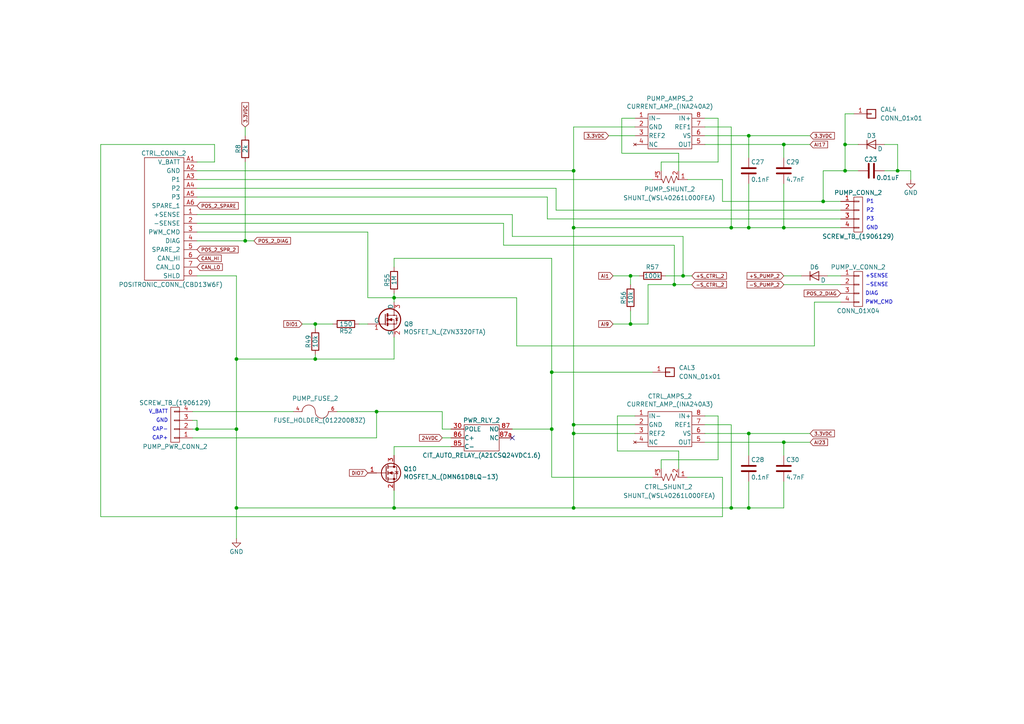
<source format=kicad_sch>
(kicad_sch (version 20250114) (generator "eeschema") (generator_version "9.0")
  (paper "A4")
  (lib_symbols
    (symbol "Connector_Generic:Conn_01x01" (pin_names (offset 1.016) (hide yes))
      (property "Reference" "J1" (at 2.54 1.2701 0))
      (property "Value" "Conn_01x01" (at 2.54 -1.2699 0))
      (symbol "Conn_01x01_1_1"
        (rectangle (start -1.27 1.27) (end 1.27 -1.27) (stroke (width 0.254)))
        (rectangle (start -1.27 0.127) (end 0 -0.127) (stroke (width 0.1524)))
        (pin passive line (at -5.08 0 0) (length 3.81) (name "Pin_1") (number "1"))
      )
    )
    (symbol "Device:Q_NMOS_GSD" (pin_names (offset 0) (hide yes))
      (property "Reference" "Q" (at 5.08 1.27 0))
      (property "Value" "Q_NMOS_GSD" (at 5.08 -1.27 0))
      (symbol "Q_NMOS_GSD_0_1"
        (polyline (pts (xy 0.254 1.905) (xy 0.254 -1.905)) (stroke (width 0.254)))
        (polyline (pts (xy 0.254 0) (xy -2.54 0)))
        (polyline (pts (xy 0.762 2.286) (xy 0.762 1.27)) (stroke (width 0.254)))
        (polyline (pts (xy 0.762 0.508) (xy 0.762 -0.508)) (stroke (width 0.254)))
        (polyline (pts (xy 0.762 -1.27) (xy 0.762 -2.286)) (stroke (width 0.254)))
        (polyline (pts (xy 0.762 -1.778) (xy 3.302 -1.778) (xy 3.302 1.778) (xy 0.762 1.778)))
        (polyline (pts (xy 1.016 0) (xy 2.032 0.381) (xy 2.032 -0.381) (xy 1.016 0)) (fill (type outline)))
        (circle (center 1.651 0) (radius 2.794) (stroke (width 0.254)))
        (polyline (pts (xy 2.54 2.54) (xy 2.54 1.778)))
        (circle (center 2.54 1.778) (radius 0.254) (fill (type outline)))
        (circle (center 2.54 -1.778) (radius 0.254) (fill (type outline)))
        (polyline (pts (xy 2.54 -2.54) (xy 2.54 0) (xy 0.762 0)))
        (polyline (pts (xy 2.794 0.508) (xy 2.921 0.381) (xy 3.683 0.381) (xy 3.81 0.254)))
        (polyline (pts (xy 3.302 0.381) (xy 2.921 -0.254) (xy 3.683 -0.254) (xy 3.302 0.381)))
      )
      (symbol "Q_NMOS_GSD_1_1"
        (pin input line (at -5.08 0 0) (length 2.54) (name "G") (number "1"))
        (pin passive line (at 2.54 5.08 270) (length 2.54) (name "D") (number "3"))
        (pin passive line (at 2.54 -5.08 90) (length 2.54) (name "S") (number "2"))
      )
    )
    (symbol "Device:R_Shunt_US" (pin_names (offset 0) (hide yes))
      (property "Reference" "R" (at -5.08 0 90))
      (property "Value" "R_Shunt_US" (at -3.048 0 90))
      (symbol "R_Shunt_US_1_1"
        (polyline (pts (xy 0 2.286) (xy 0 2.54)))
        (polyline (pts (xy 0 2.286) (xy 1.016 1.905) (xy 0 1.524) (xy -1.016 1.143) (xy 0 0.762)))
        (polyline (pts (xy 0 0.762) (xy 1.016 0.381) (xy 0 0) (xy -1.016 -0.381) (xy 0 -0.762)))
        (polyline (pts (xy 0 -0.762) (xy 1.016 -1.143) (xy 0 -1.524) (xy -1.016 -1.905) (xy 0 -2.286)))
        (polyline (pts (xy 0 -2.286) (xy 0 -2.54)))
        (polyline (pts (xy 0 -2.54) (xy 1.27 -2.54)))
        (polyline (pts (xy 1.27 2.54) (xy 0 2.54)))
        (pin passive line (at 0 5.08 270) (length 2.54) (name "~") (number "1"))
        (pin passive line (at 0 -5.08 90) (length 2.54) (name "~") (number "4"))
        (pin passive line (at 2.54 2.54 180) (length 1.27) (name "~") (number "2"))
        (pin passive line (at 2.54 -2.54 180) (length 1.27) (name "~") (number "3"))
      )
    )
    (symbol "Smart-Tank-Motherboard-rescue:C" (pin_numbers (hide yes)) (pin_names (offset 0.254))
      (property "Reference" "C" (at 0.635 2.54 0))
      (property "Value" "C" (at 0.635 -2.54 0))
      (symbol "C_0_1"
        (polyline (pts (xy -2.032 0.762) (xy 2.032 0.762)) (stroke (width 0.508)))
        (polyline (pts (xy -2.032 -0.762) (xy 2.032 -0.762)) (stroke (width 0.508)))
      )
      (symbol "C_1_1"
        (pin passive line (at 0 3.81 270) (length 2.794) (name "~") (number "1"))
        (pin passive line (at 0 -3.81 90) (length 2.794) (name "~") (number "2"))
      )
    )
    (symbol "Smart-Tank-Motherboard-rescue:CONN_01X04" (pin_names (offset 1.016) (hide yes))
      (property "Reference" "J" (at 0 6.35 0))
      (property "Value" "CONN_01X04" (at 2.54 0 90))
      (symbol "CONN_01X04_0_1"
        (rectangle (start -1.27 5.08) (end 1.27 -5.08))
        (rectangle (start -1.27 3.937) (end 0.254 3.683))
        (rectangle (start -1.27 1.397) (end 0.254 1.143))
        (rectangle (start -1.27 -1.143) (end 0.254 -1.397))
        (rectangle (start -1.27 -3.683) (end 0.254 -3.937))
      )
      (symbol "CONN_01X04_1_1"
        (pin passive line (at -5.08 3.81 0) (length 3.81) (name "P1") (number "1"))
        (pin passive line (at -5.08 1.27 0) (length 3.81) (name "P2") (number "2"))
        (pin passive line (at -5.08 -1.27 0) (length 3.81) (name "P3") (number "3"))
        (pin passive line (at -5.08 -3.81 0) (length 3.81) (name "P4") (number "4"))
      )
    )
    (symbol "Smart-Tank-Motherboard-rescue:D" (pin_numbers (hide yes)) (pin_names (offset 1.016) (hide yes))
      (property "Reference" "D" (at 0 2.54 0))
      (property "Value" "D" (at 0 -2.54 0))
      (symbol "D_0_1"
        (polyline (pts (xy -1.27 1.27) (xy -1.27 -1.27)) (stroke (width 0.2032)))
        (polyline (pts (xy 1.27 1.27) (xy 1.27 -1.27) (xy -1.27 0) (xy 1.27 1.27)) (stroke (width 0.2032)))
        (polyline (pts (xy 1.27 0) (xy -1.27 0)))
      )
      (symbol "D_1_1"
        (pin passive line (at -3.81 0 0) (length 2.54) (name "K") (number "1"))
        (pin passive line (at 3.81 0 180) (length 2.54) (name "A") (number "2"))
      )
    )
    (symbol "Smart-Tank-Motherboard-rescue:FUSE_HOLDER_(01220083Z)" (pin_names (offset 0.254))
      (property "Reference" "F" (at 0 3.81 0))
      (property "Value" "FUSE_HOLDER_(01220083Z)" (at 1.27 -3.81 0))
      (symbol "FUSE_HOLDER_(01220083Z)_0_1"
        (arc (start -3.81 0) (mid -1.905 1.905) (end 0 0))
        (arc (start 3.81 0) (mid 1.905 -1.905) (end 0 0))
      )
      (symbol "FUSE_HOLDER_(01220083Z)_1_1"
        (pin input line (at -6.35 0 0) (length 2.54) (name "~") (number "4"))
        (pin input line (at -6.35 0 0) (length 2.54) (hide yes) (name "~") (number "5"))
        (pin input line (at 6.35 0 180) (length 2.54) (name "~") (number "6"))
        (pin input line (at 6.35 0 180) (length 2.54) (hide yes) (name "~") (number "7"))
      )
    )
    (symbol "Smart-Tank-Motherboard-rescue:GND" (power) (pin_names (offset 0))
      (property "Value" "GND" (at 0 -3.81 0))
      (symbol "GND_0_1"
        (polyline (pts (xy 0 0) (xy 0 -1.27) (xy 1.27 -1.27) (xy 0 -2.54) (xy -1.27 -1.27) (xy 0 -1.27)))
      )
      (symbol "GND_1_1"
        (pin power_in line (at 0 0 270) (length 0) (hide yes) (name "GND") (number "1"))
      )
    )
    (symbol "Smart-Tank-Motherboard-rescue:MOSFET_N_(2N7002P,215)" (pin_names (offset 0))
      (property "Reference" "Q" (at 6.35 1.905 0))
      (property "Value" "MOSFET_N_(2N7002P,215)" (at 6.35 0 0))
      (symbol "MOSFET_N_(2N7002P,215)_0_1"
        (polyline (pts (xy 0 1.524) (xy 0 -1.524) (xy 0 -1.524)) (stroke (width 0.254)))
        (polyline (pts (xy 0.635 1.651) (xy 0.635 1.016)) (stroke (width 0.508)))
        (polyline (pts (xy 0.635 0.381) (xy 0.635 -0.381)) (stroke (width 0.508)))
        (polyline (pts (xy 0.635 -1.016) (xy 0.635 -1.651)) (stroke (width 0.508)))
        (polyline (pts (xy 0.762 1.27) (xy 2.54 1.27) (xy 2.54 2.54) (xy 2.54 2.54)))
        (polyline (pts (xy 0.762 0) (xy 1.27 0) (xy 2.54 0) (xy 2.54 -1.27) (xy 2.54 -1.27)))
        (polyline (pts (xy 0.762 -1.27) (xy 2.54 -1.27) (xy 2.54 -2.54) (xy 2.54 -2.54)))
        (polyline (pts (xy 0.889 0) (xy 1.905 0.381) (xy 1.905 -0.381) (xy 0.889 0) (xy 1.016 0) (xy 1.016 0)) (fill (type outline)))
        (circle (center 1.27 0) (radius 3.175) (stroke (width 0.3048)))
        (polyline (pts (xy 2.54 1.27) (xy 3.302 1.27) (xy 3.302 -1.27) (xy 2.54 -1.27)))
        (circle (center 2.54 1.27) (radius 0.127))
        (circle (center 2.54 -1.27) (radius 0.127))
        (polyline (pts (xy 3.048 0.381) (xy 2.921 0.254)))
        (polyline (pts (xy 3.048 0.381) (xy 3.556 0.381)))
        (polyline (pts (xy 3.302 0.381) (xy 3.048 -0.254) (xy 3.556 -0.254) (xy 3.302 0.381)) (fill (type outline)))
        (polyline (pts (xy 3.556 0.381) (xy 3.683 0.508)))
      )
      (symbol "MOSFET_N_(2N7002P,215)_1_1"
        (pin input line (at -5.08 -1.27 0) (length 5.08) (name "G") (number "1"))
        (pin passive line (at 2.54 5.08 270) (length 2.54) (name "D") (number "3"))
        (pin passive line (at 2.54 -5.08 90) (length 2.54) (name "S") (number "2"))
      )
    )
    (symbol "Smart-Tank-Motherboard-rescue:POSITRONIC_CONN_(CBD13W6F)" (pin_names (offset 1.016))
      (property "Reference" "CTRL_CONN_1" (at -0.762 16.51 0))
      (property "Value" "POSITRONIC_CONN_(CBD13W6F)" (at 1.27 -21.59 0))
      (symbol "POSITRONIC_CONN_(CBD13W6F)_0_1"
        (rectangle (start -6.35 15.24) (end 5.08 -20.32))
      )
      (symbol "POSITRONIC_CONN_(CBD13W6F)_1_1"
        (pin power_in line (at 8.89 13.97 180) (length 3.81) (name "V_BATT") (number "A1"))
        (pin power_in line (at 8.89 11.43 180) (length 3.81) (name "GND") (number "A2"))
        (pin power_out line (at 8.89 8.89 180) (length 3.81) (name "P1") (number "A3"))
        (pin power_out line (at 8.89 6.35 180) (length 3.81) (name "P2") (number "A4"))
        (pin power_out line (at 8.89 3.81 180) (length 3.81) (name "P3") (number "A5"))
        (pin input line (at 8.89 1.27 180) (length 3.81) (name "SPARE_1") (number "A6"))
        (pin passive line (at 8.89 -1.27 180) (length 3.81) (name "+SENSE") (number "1"))
        (pin passive line (at 8.89 -3.81 180) (length 3.81) (name "-SENSE") (number "2"))
        (pin input line (at 8.89 -6.35 180) (length 3.81) (name "PWM_CMD") (number "3"))
        (pin passive line (at 8.89 -8.89 180) (length 3.81) (name "DIAG") (number "4"))
        (pin passive line (at 8.89 -11.43 180) (length 3.81) (name "SPARE_2") (number "5"))
        (pin passive line (at 8.89 -13.97 180) (length 3.81) (name "CAN_HI") (number "6"))
        (pin passive line (at 8.89 -16.51 180) (length 3.81) (name "CAN_LO") (number "7"))
        (pin input line (at 8.89 -19.05 180) (length 3.81) (name "SHLD") (number "0"))
      )
    )
    (symbol "Smart-Tank-Motherboard-rescue:R" (pin_numbers (hide yes)) (pin_names (offset 0))
      (property "Reference" "R" (at 2.032 0 90))
      (property "Value" "R" (at 0 0 90))
      (symbol "R_0_1"
        (rectangle (start -1.016 -2.54) (end 1.016 2.54) (stroke (width 0.254)))
      )
      (symbol "R_1_1"
        (pin passive line (at 0 3.81 270) (length 1.27) (name "~") (number "1"))
        (pin passive line (at 0 -3.81 90) (length 1.27) (name "~") (number "2"))
      )
    )
    (symbol "Smart-Tank-Motherboard-rescue:SCREW_TB_(1906129)" (pin_names (offset 1.016) (hide yes))
      (property "Reference" "P" (at 0 6.35 0))
      (property "Value" "SCREW_TB_(1906129)" (at 2.54 0 90))
      (property "Description_1" " " (at 2.54 8.89 0))
      (symbol "SCREW_TB_(1906129)_0_1"
        (rectangle (start -1.27 5.08) (end 1.27 -5.08))
        (rectangle (start -1.27 3.937) (end 0.254 3.683))
        (rectangle (start -1.27 1.397) (end 0.254 1.143))
        (rectangle (start -1.27 -1.143) (end 0.254 -1.397))
        (rectangle (start -1.27 -3.683) (end 0.254 -3.937))
      )
      (symbol "SCREW_TB_(1906129)_1_1"
        (pin passive line (at -5.08 3.81 0) (length 3.81) (name "P1") (number "1"))
        (pin passive line (at -5.08 1.27 0) (length 3.81) (name "P2") (number "2"))
        (pin passive line (at -5.08 -1.27 0) (length 3.81) (name "P3") (number "3"))
        (pin passive line (at -5.08 -3.81 0) (length 3.81) (name "P4") (number "4"))
      )
    )
    (symbol "Smart-Tank-Motherboard-rescue:TE_AUTO_RELAY_(1432795-1)" (pin_names (offset 0.0254))
      (property "Reference" "P" (at 2.54 7.62 0))
      (property "Value" "TE_AUTO_RELAY_(1432795-1)" (at 3.81 -2.54 0))
      (symbol "TE_AUTO_RELAY_(1432795-1)_0_1"
        (rectangle (start -2.54 6.35) (end 7.62 -1.27))
      )
      (symbol "TE_AUTO_RELAY_(1432795-1)_1_1"
        (pin power_in line (at -6.35 5.08 0) (length 3.81) (name "POLE") (number "30"))
        (pin power_in line (at -6.35 2.54 0) (length 3.81) (name "C+") (number "86"))
        (pin input line (at -6.35 0 0) (length 3.81) (name "C-") (number "85"))
        (pin output line (at 11.43 5.08 180) (length 3.81) (name "NO") (number "87"))
        (pin output line (at 11.43 2.54 180) (length 3.81) (name "NC") (number "87a"))
      )
    )
    (symbol "_GARRETTS_PARTS:CURRENT_AMP_(INA240A3)" (pin_names (offset 0.254))
      (property "Reference" "CTRL_AMPS1" (at 15.24 6.985 0))
      (property "Value" "CURRENT_AMP_(INA240A3)" (at 15.24 4.6736 0))
      (symbol "CURRENT_AMP_(INA240A3)_0_1"
        (rectangle (start 8.89 2.54) (end 21.59 -7.62))
      )
      (symbol "CURRENT_AMP_(INA240A3)_1_1"
        (pin input line (at 5.08 1.27 0) (length 3.7084) (name "IN-") (number "1"))
        (pin power_in line (at 5.08 -1.27 0) (length 3.7084) (name "GND") (number "2"))
        (pin passive line (at 5.08 -3.81 0) (length 3.7084) (name "REF2") (number "3"))
        (pin no_connect line (at 5.08 -6.35 0) (length 3.7084) (name "NC") (number "4"))
        (pin input line (at 25.4 1.27 180) (length 3.7084) (name "IN+") (number "8"))
        (pin passive line (at 25.4 -1.27 180) (length 3.7084) (name "REF1") (number "7"))
        (pin power_in line (at 25.4 -3.81 180) (length 3.7084) (name "VS") (number "6"))
        (pin output line (at 25.4 -6.35 180) (length 3.7084) (name "OUT") (number "5"))
      )
    )
  )
  (text "V_BATT" (at 48.768 120.142 0) (effects (font (size 1.0922 1.0922)) (justify right bottom)))
  (text "+SENSE" (at 250.952 80.772 0) (effects (font (size 1.0922 1.0922)) (justify left bottom)))
  (text "P1" (at 251.206 59.182 0) (effects (font (size 1.0922 1.0922)) (justify left bottom)))
  (text "P3" (at 251.206 64.262 0) (effects (font (size 1.0922 1.0922)) (justify left bottom)))
  (text "GND" (at 251.206 66.802 0) (effects (font (size 1.0922 1.0922)) (justify left bottom)))
  (text "CAP+" (at 48.768 127.762 0) (effects (font (size 1.0922 1.0922)) (justify right bottom)))
  (text "DIAG" (at 250.952 85.852 0) (effects (font (size 1.0922 1.0922)) (justify left bottom)))
  (text "P2" (at 251.206 61.722 0) (effects (font (size 1.0922 1.0922)) (justify left bottom)))
  (text "GND\n" (at 48.768 122.682 0) (effects (font (size 1.0922 1.0922)) (justify right bottom)))
  (text "-SENSE" (at 250.952 83.312 0) (effects (font (size 1.0922 1.0922)) (justify left bottom)))
  (text "PWM_CMD" (at 250.952 88.392 0) (effects (font (size 1.0922 1.0922)) (justify left bottom)))
  (text "CAP-" (at 48.768 125.222 0) (effects (font (size 1.0922 1.0922)) (justify right bottom)))
  (junction (at 182.88 80.01))
  (junction (at 198.12 80.01))
  (junction (at 68.58 147.32))
  (junction (at 57.15 124.46))
  (junction (at 166.37 49.53))
  (junction (at 260.35 49.53))
  (junction (at 71.12 69.85))
  (junction (at 217.17 125.73))
  (junction (at 217.17 147.32))
  (junction (at 227.33 66.04))
  (junction (at 217.17 39.37))
  (junction (at 91.44 93.98))
  (junction (at 166.37 125.73))
  (junction (at 245.11 49.53))
  (junction (at 238.76 58.42))
  (junction (at 91.44 104.14))
  (junction (at 227.33 128.27))
  (junction (at 109.22 119.38))
  (junction (at 68.58 104.14))
  (junction (at 166.37 123.19))
  (junction (at 114.3 86.36))
  (junction (at 212.09 66.04))
  (junction (at 160.02 107.95))
  (junction (at 68.58 124.46))
  (junction (at 160.02 124.46))
  (junction (at 212.09 147.32))
  (junction (at 114.3 147.32))
  (junction (at 195.58 82.55))
  (junction (at 182.88 93.98))
  (junction (at 166.37 147.32))
  (junction (at 166.37 66.04))
  (junction (at 227.33 41.91))
  (junction (at 217.17 66.04))
  (junction (at 245.11 41.91))
  (no_connect (at 148.59 127))
  (wire (pts (xy 238.76 58.42) (xy 243.84 58.42)))
  (wire (pts (xy 212.09 147.32) (xy 217.17 147.32)))
  (wire (pts (xy 187.96 82.55) (xy 195.58 82.55)))
  (wire (pts (xy 177.8 80.01) (xy 182.88 80.01)))
  (wire (pts (xy 166.37 125.73) (xy 184.15 125.73)))
  (wire (pts (xy 55.88 121.92) (xy 57.15 121.92)))
  (wire (pts (xy 158.75 63.5) (xy 243.84 63.5)))
  (wire (pts (xy 212.09 66.04) (xy 217.17 66.04)))
  (wire (pts (xy 182.88 80.01) (xy 182.88 82.55)))
  (wire (pts (xy 227.33 139.7) (xy 227.33 147.32)))
  (wire (pts (xy 260.35 49.53) (xy 256.54 49.53)))
  (wire (pts (xy 29.21 149.86) (xy 209.55 149.86)))
  (wire (pts (xy 128.27 124.46) (xy 128.27 119.38)))
  (wire (pts (xy 209.55 138.43) (xy 199.39 138.43)))
  (wire (pts (xy 130.81 124.46) (xy 128.27 124.46)))
  (wire (pts (xy 195.58 82.55) (xy 200.66 82.55)))
  (wire (pts (xy 57.15 57.15) (xy 158.75 57.15)))
  (wire (pts (xy 166.37 66.04) (xy 212.09 66.04)))
  (wire (pts (xy 227.33 128.27) (xy 227.33 132.08)))
  (wire (pts (xy 204.47 123.19) (xy 212.09 123.19)))
  (wire (pts (xy 227.33 53.34) (xy 227.33 66.04)))
  (wire (pts (xy 166.37 66.04) (xy 166.37 49.53)))
  (wire (pts (xy 97.79 119.38) (xy 109.22 119.38)))
  (wire (pts (xy 217.17 132.08) (xy 217.17 125.73)))
  (wire (pts (xy 114.3 147.32) (xy 166.37 147.32)))
  (wire (pts (xy 161.29 54.61) (xy 161.29 60.96)))
  (wire (pts (xy 68.58 147.32) (xy 114.3 147.32)))
  (wire (pts (xy 196.85 49.53) (xy 196.85 44.45)))
  (wire (pts (xy 212.09 123.19) (xy 212.09 147.32)))
  (wire (pts (xy 209.55 58.42) (xy 238.76 58.42)))
  (wire (pts (xy 191.77 46.99) (xy 208.28 46.99)))
  (wire (pts (xy 57.15 69.85) (xy 71.12 69.85)))
  (wire (pts (xy 245.11 41.91) (xy 245.11 49.53)))
  (wire (pts (xy 166.37 147.32) (xy 212.09 147.32)))
  (wire (pts (xy 217.17 147.32) (xy 227.33 147.32)))
  (wire (pts (xy 184.15 36.83) (xy 166.37 36.83)))
  (wire (pts (xy 187.96 93.98) (xy 187.96 82.55)))
  (wire (pts (xy 248.92 49.53) (xy 245.11 49.53)))
  (wire (pts (xy 193.04 80.01) (xy 198.12 80.01)))
  (wire (pts (xy 227.33 41.91) (xy 227.33 45.72)))
  (wire (pts (xy 91.44 95.25) (xy 91.44 93.98)))
  (wire (pts (xy 198.12 80.01) (xy 200.66 80.01)))
  (wire (pts (xy 245.11 49.53) (xy 238.76 49.53)))
  (wire (pts (xy 57.15 124.46) (xy 68.58 124.46)))
  (wire (pts (xy 195.58 71.12) (xy 195.58 82.55)))
  (wire (pts (xy 130.81 129.54) (xy 114.3 129.54)))
  (wire (pts (xy 227.33 41.91) (xy 234.95 41.91)))
  (wire (pts (xy 208.28 34.29) (xy 204.47 34.29)))
  (wire (pts (xy 91.44 102.87) (xy 91.44 104.14)))
  (wire (pts (xy 146.05 64.77) (xy 146.05 71.12)))
  (wire (pts (xy 149.86 86.36) (xy 149.86 100.33)))
  (wire (pts (xy 114.3 142.24) (xy 114.3 147.32)))
  (wire (pts (xy 91.44 93.98) (xy 96.52 93.98)))
  (wire (pts (xy 68.58 80.01) (xy 68.58 104.14)))
  (wire (pts (xy 114.3 77.47) (xy 114.3 74.93)))
  (wire (pts (xy 182.88 93.98) (xy 187.96 93.98)))
  (wire (pts (xy 87.63 93.98) (xy 91.44 93.98)))
  (wire (pts (xy 166.37 66.04) (xy 166.37 123.19)))
  (wire (pts (xy 236.22 100.33) (xy 236.22 87.63)))
  (wire (pts (xy 106.68 67.31) (xy 106.68 86.36)))
  (wire (pts (xy 109.22 119.38) (xy 128.27 119.38)))
  (wire (pts (xy 68.58 147.32) (xy 68.58 156.21)))
  (wire (pts (xy 199.39 52.07) (xy 209.55 52.07)))
  (wire (pts (xy 238.76 49.53) (xy 238.76 58.42)))
  (wire (pts (xy 189.23 138.43) (xy 160.02 138.43)))
  (wire (pts (xy 57.15 54.61) (xy 161.29 54.61)))
  (wire (pts (xy 57.15 121.92) (xy 57.15 124.46)))
  (wire (pts (xy 245.11 33.02) (xy 245.11 41.91)))
  (wire (pts (xy 71.12 36.83) (xy 71.12 39.37)))
  (wire (pts (xy 68.58 104.14) (xy 68.58 124.46)))
  (wire (pts (xy 57.15 64.77) (xy 146.05 64.77)))
  (wire (pts (xy 149.86 100.33) (xy 236.22 100.33)))
  (wire (pts (xy 217.17 139.7) (xy 217.17 147.32)))
  (wire (pts (xy 209.55 149.86) (xy 209.55 138.43)))
  (wire (pts (xy 208.28 120.65) (xy 204.47 120.65)))
  (wire (pts (xy 182.88 90.17) (xy 182.88 93.98)))
  (wire (pts (xy 57.15 67.31) (xy 106.68 67.31)))
  (wire (pts (xy 160.02 107.95) (xy 160.02 124.46)))
  (wire (pts (xy 160.02 138.43) (xy 160.02 124.46)))
  (wire (pts (xy 62.23 46.99) (xy 57.15 46.99)))
  (wire (pts (xy 114.3 129.54) (xy 114.3 132.08)))
  (wire (pts (xy 166.37 125.73) (xy 166.37 147.32)))
  (wire (pts (xy 204.47 36.83) (xy 212.09 36.83)))
  (wire (pts (xy 106.68 86.36) (xy 114.3 86.36)))
  (wire (pts (xy 196.85 135.89) (xy 196.85 130.81)))
  (wire (pts (xy 191.77 49.53) (xy 191.77 46.99)))
  (wire (pts (xy 243.84 82.55) (xy 227.33 82.55)))
  (wire (pts (xy 176.53 39.37) (xy 184.15 39.37)))
  (wire (pts (xy 227.33 128.27) (xy 234.95 128.27)))
  (wire (pts (xy 236.22 87.63) (xy 243.84 87.63)))
  (wire (pts (xy 227.33 66.04) (xy 243.84 66.04)))
  (wire (pts (xy 55.88 127) (xy 109.22 127)))
  (wire (pts (xy 208.28 46.99) (xy 208.28 34.29)))
  (wire (pts (xy 191.77 133.35) (xy 208.28 133.35)))
  (wire (pts (xy 209.55 52.07) (xy 209.55 58.42)))
  (wire (pts (xy 260.35 41.91) (xy 256.54 41.91)))
  (wire (pts (xy 217.17 39.37) (xy 217.17 45.72)))
  (wire (pts (xy 189.23 107.95) (xy 160.02 107.95)))
  (wire (pts (xy 114.3 86.36) (xy 114.3 87.63)))
  (wire (pts (xy 198.12 68.58) (xy 198.12 80.01)))
  (wire (pts (xy 177.8 93.98) (xy 182.88 93.98)))
  (wire (pts (xy 104.14 93.98) (xy 106.68 93.98)))
  (wire (pts (xy 191.77 135.89) (xy 191.77 133.35)))
  (wire (pts (xy 247.65 33.02) (xy 245.11 33.02)))
  (wire (pts (xy 148.59 62.23) (xy 148.59 68.58)))
  (wire (pts (xy 217.17 53.34) (xy 217.17 66.04)))
  (wire (pts (xy 158.75 57.15) (xy 158.75 63.5)))
  (wire (pts (xy 245.11 41.91) (xy 248.92 41.91)))
  (wire (pts (xy 204.47 41.91) (xy 227.33 41.91)))
  (wire (pts (xy 232.41 80.01) (xy 227.33 80.01)))
  (wire (pts (xy 196.85 44.45) (xy 180.34 44.45)))
  (wire (pts (xy 204.47 39.37) (xy 217.17 39.37)))
  (wire (pts (xy 240.03 80.01) (xy 243.84 80.01)))
  (wire (pts (xy 57.15 52.07) (xy 189.23 52.07)))
  (wire (pts (xy 166.37 36.83) (xy 166.37 49.53)))
  (wire (pts (xy 55.88 124.46) (xy 57.15 124.46)))
  (wire (pts (xy 114.3 86.36) (xy 149.86 86.36)))
  (wire (pts (xy 57.15 80.01) (xy 68.58 80.01)))
  (wire (pts (xy 204.47 125.73) (xy 217.17 125.73)))
  (wire (pts (xy 217.17 66.04) (xy 227.33 66.04)))
  (wire (pts (xy 114.3 85.09) (xy 114.3 86.36)))
  (wire (pts (xy 29.21 41.91) (xy 29.21 149.86)))
  (wire (pts (xy 62.23 41.91) (xy 62.23 46.99)))
  (wire (pts (xy 57.15 49.53) (xy 166.37 49.53)))
  (wire (pts (xy 71.12 69.85) (xy 73.66 69.85)))
  (wire (pts (xy 217.17 125.73) (xy 234.95 125.73)))
  (wire (pts (xy 260.35 41.91) (xy 260.35 49.53)))
  (wire (pts (xy 161.29 60.96) (xy 243.84 60.96)))
  (wire (pts (xy 212.09 36.83) (xy 212.09 66.04)))
  (wire (pts (xy 128.27 127) (xy 130.81 127)))
  (wire (pts (xy 146.05 71.12) (xy 195.58 71.12)))
  (wire (pts (xy 208.28 133.35) (xy 208.28 120.65)))
  (wire (pts (xy 166.37 123.19) (xy 166.37 125.73)))
  (wire (pts (xy 196.85 130.81) (xy 179.07 130.81)))
  (wire (pts (xy 179.07 130.81) (xy 179.07 120.65)))
  (wire (pts (xy 55.88 119.38) (xy 85.09 119.38)))
  (wire (pts (xy 109.22 127) (xy 109.22 119.38)))
  (wire (pts (xy 179.07 120.65) (xy 184.15 120.65)))
  (wire (pts (xy 91.44 104.14) (xy 114.3 104.14)))
  (wire (pts (xy 29.21 41.91) (xy 62.23 41.91)))
  (wire (pts (xy 68.58 124.46) (xy 68.58 147.32)))
  (wire (pts (xy 166.37 123.19) (xy 184.15 123.19)))
  (wire (pts (xy 57.15 62.23) (xy 148.59 62.23)))
  (wire (pts (xy 148.59 124.46) (xy 160.02 124.46)))
  (wire (pts (xy 180.34 34.29) (xy 184.15 34.29)))
  (wire (pts (xy 264.16 49.53) (xy 260.35 49.53)))
  (wire (pts (xy 160.02 74.93) (xy 160.02 107.95)))
  (wire (pts (xy 264.16 52.07) (xy 264.16 49.53)))
  (wire (pts (xy 114.3 74.93) (xy 160.02 74.93)))
  (wire (pts (xy 71.12 46.99) (xy 71.12 69.85)))
  (wire (pts (xy 114.3 104.14) (xy 114.3 97.79)))
  (wire (pts (xy 68.58 104.14) (xy 91.44 104.14)))
  (wire (pts (xy 217.17 39.37) (xy 234.95 39.37)))
  (wire (pts (xy 180.34 44.45) (xy 180.34 34.29)))
  (wire (pts (xy 148.59 68.58) (xy 198.12 68.58)))
  (wire (pts (xy 182.88 80.01) (xy 185.42 80.01)))
  (wire (pts (xy 204.47 128.27) (xy 227.33 128.27)))
  (global_label "-S_PUMP_2" (shape input) (at 227.33 82.55 180) (effects (font (size 0.9906 0.9906))) (property "Intersheetrefs" "${INTERSHEET_REFS}" (effects (hide yes))))
  (global_label "3.3VDC" (shape input) (at 234.95 39.37 0) (effects (font (size 0.9906 0.9906))) (property "Intersheetrefs" "${INTERSHEET_REFS}" (effects (hide yes))))
  (global_label "-S_CTRL_2" (shape input) (at 200.66 82.55 0) (effects (font (size 0.9906 0.9906))) (property "Intersheetrefs" "${INTERSHEET_REFS}" (effects (hide yes))))
  (global_label "AI1" (shape input) (at 177.8 80.01 180) (effects (font (size 0.9906 0.9906))) (property "Intersheetrefs" "${INTERSHEET_REFS}" (effects (hide yes))))
  (global_label "CAN_HI" (shape input) (at 57.15 74.93 0) (effects (font (size 0.9906 0.9906))) (property "Intersheetrefs" "${INTERSHEET_REFS}" (effects (hide yes))))
  (global_label "+S_CTRL_2" (shape input) (at 200.66 80.01 0) (effects (font (size 0.9906 0.9906))) (property "Intersheetrefs" "${INTERSHEET_REFS}" (effects (hide yes))))
  (global_label "3.3VDC" (shape input) (at 176.53 39.37 180) (effects (font (size 0.9906 0.9906))) (property "Intersheetrefs" "${INTERSHEET_REFS}" (effects (hide yes))))
  (global_label "POS_2_DIAG" (shape input) (at 73.66 69.85 0) (effects (font (size 0.9906 0.9906))) (property "Intersheetrefs" "${INTERSHEET_REFS}" (effects (hide yes))))
  (global_label "DIO1" (shape input) (at 87.63 93.98 180) (effects (font (size 0.9906 0.9906))) (property "Intersheetrefs" "${INTERSHEET_REFS}" (effects (hide yes))))
  (global_label "AI17" (shape input) (at 234.95 41.91 0) (effects (font (size 0.9906 0.9906))) (property "Intersheetrefs" "${INTERSHEET_REFS}" (effects (hide yes))))
  (global_label "AI23" (shape input) (at 234.95 128.27 0) (effects (font (size 0.9906 0.9906))) (property "Intersheetrefs" "${INTERSHEET_REFS}" (effects (hide yes))))
  (global_label "DIO7" (shape input) (at 106.68 137.16 180) (effects (font (size 0.9906 0.9906))) (property "Intersheetrefs" "${INTERSHEET_REFS}" (effects (hide yes))))
  (global_label "POS_2_SPR_2" (shape input) (at 57.15 72.39 0) (effects (font (size 0.9906 0.9906))) (property "Intersheetrefs" "${INTERSHEET_REFS}" (effects (hide yes))))
  (global_label "+S_PUMP_2" (shape input) (at 227.33 80.01 180) (effects (font (size 0.9906 0.9906))) (property "Intersheetrefs" "${INTERSHEET_REFS}" (effects (hide yes))))
  (global_label "CAN_LO" (shape input) (at 57.15 77.47 0) (effects (font (size 0.9906 0.9906))) (property "Intersheetrefs" "${INTERSHEET_REFS}" (effects (hide yes))))
  (global_label "3.3VDC" (shape input) (at 234.95 125.73 0) (effects (font (size 0.9906 0.9906))) (property "Intersheetrefs" "${INTERSHEET_REFS}" (effects (hide yes))))
  (global_label "3.3VDC" (shape input) (at 71.12 36.83 90) (effects (font (size 0.9906 0.9906))) (property "Intersheetrefs" "${INTERSHEET_REFS}" (effects (hide yes))))
  (global_label "POS_2_SPARE" (shape input) (at 57.15 59.69 0) (effects (font (size 0.9906 0.9906))) (property "Intersheetrefs" "${INTERSHEET_REFS}" (effects (hide yes))))
  (global_label "POS_2_DIAG" (shape input) (at 243.84 85.09 180) (effects (font (size 0.9906 0.9906))) (property "Intersheetrefs" "${INTERSHEET_REFS}" (effects (hide yes))))
  (global_label "AI9" (shape input) (at 177.8 93.98 180) (effects (font (size 0.9906 0.9906))) (property "Intersheetrefs" "${INTERSHEET_REFS}" (effects (hide yes))))
  (global_label "24VDC" (shape input) (at 128.27 127 180) (effects (font (size 0.9906 0.9906))) (property "Intersheetrefs" "${INTERSHEET_REFS}" (effects (hide yes))))
  (symbol (lib_id "Smart-Tank-Motherboard-rescue:R") (at 182.88 86.36 180) (unit 1)
    (property "Reference" "R56" (at 180.848 86.36 90))
    (property "Value" "10k" (at 182.88 86.36 90))
    (property "Footprint" "Resistors_SMD:R_1206" (effects (hide yes)))
  )
  (symbol (lib_id "Smart-Tank-Motherboard-rescue:R") (at 114.3 81.28 180) (unit 1)
    (property "Reference" "R55" (at 112.268 81.28 90))
    (property "Value" "1M" (at 114.3 81.28 90))
    (property "Footprint" "Resistors_SMD:R_1206" (effects (hide yes)))
  )
  (symbol (lib_id "Smart-Tank-Motherboard-rescue:R") (at 100.33 93.98 270) (unit 1)
    (property "Reference" "R52" (at 100.33 96.012 90))
    (property "Value" "150" (at 100.33 93.98 90))
    (property "Footprint" "Resistors_SMD:R_1206" (effects (hide yes)))
  )
  (symbol (lib_id "Smart-Tank-Motherboard-rescue:TE_AUTO_RELAY_(1432795-1)") (at 137.16 129.54 0) (unit 1)
    (property "Reference" "PWR_RLY_2" (at 139.7 121.92 0))
    (property "Value" "CIT_AUTO_RELAY_(A21CSQ24VDC1.6)" (at 139.7 132.08 0))
    (property "Footprint" "Smart_Tank:TE_AUTO_RELAY_SOCKET_(VCF4-1000)" (effects (hide yes)))
  )
  (symbol (lib_id "Device:R_Shunt_US") (at 194.31 52.07 270) (mirror x) (unit 1)
    (property "Reference" "PUMP_SHUNT_2" (at 201.676 54.864 90) (effects (justify right)))
    (property "Value" "SHUNT_(WSL40261L000FEA)" (at 207.518 57.404 90) (effects (justify right)))
    (property "Footprint" "_GARRETTS_PARTS:SHUNT_(WSL40261L000FEA)" (effects (hide yes)))
  )
  (symbol (lib_id "Smart-Tank-Motherboard-rescue:C") (at 227.33 49.53 0) (unit 1)
    (property "Reference" "C29" (at 227.965 46.99 0) (effects (justify left)))
    (property "Value" "4.7nF" (at 227.965 52.07 0) (effects (justify left)))
    (property "Footprint" "Capacitors_SMD:C_1206" (effects (hide yes)))
  )
  (symbol (lib_id "Smart-Tank-Motherboard-rescue:MOSFET_N_(2N7002P,215)") (at 111.76 92.71 0) (unit 1)
    (property "Reference" "Q8" (at 119.888 93.98 0) (effects (justify right)))
    (property "Value" "MOSFET_N_(ZVN3320FTA)" (at 140.97 96.266 0) (effects (justify right)))
    (property "Footprint" "TO_SOT_Packages_SMD:SOT-23" (effects (hide yes)))
  )
  (symbol (lib_id "Smart-Tank-Motherboard-rescue:C") (at 217.17 49.53 0) (unit 1)
    (property "Reference" "C27" (at 217.805 46.99 0) (effects (justify left)))
    (property "Value" "0.1nF" (at 217.805 52.07 0) (effects (justify left)))
    (property "Footprint" "Capacitors_SMD:C_1206" (effects (hide yes)))
  )
  (symbol (lib_id "Connector_Generic:Conn_01x01") (at 194.31 107.95 0) (unit 1)
    (property "Reference" "CAL3" (at 196.85 106.6799 0) (effects (justify left)))
    (property "Value" "CONN_01x01" (at 196.85 109.2199 0) (effects (justify left)))
    (property "Description" "Generic connector, single row, 01x01, script generated (kicad-library-utils/schlib/autogen/connector/)" (effects (hide yes)))
  )
  (symbol (lib_id "Smart-Tank-Motherboard-rescue:GND") (at 68.58 156.21 0) (unit 1)
    (property "Reference" "#PWR023" (effects (hide yes)))
    (property "Value" "GND" (at 68.58 160.02 0))
  )
  (symbol (lib_id "Smart-Tank-Motherboard-rescue:CONN_01X04") (at 248.92 83.82 0) (unit 1)
    (property "Reference" "PUMP_V_CONN_2" (at 248.92 77.47 0))
    (property "Value" "CONN_01X04" (at 248.92 90.17 0))
    (property "Footprint" "Smart_Tank:PHNX_TB_SCREW_4_POS_(1729144)" (effects (hide yes)))
  )
  (symbol (lib_id "Smart-Tank-Motherboard-rescue:FUSE_HOLDER_(01220083Z)") (at 91.44 119.38 0) (unit 1)
    (property "Reference" "PUMP_FUSE_2" (at 91.44 115.57 0))
    (property "Value" "FUSE_HOLDER_(01220083Z)" (at 92.71 121.92 0))
    (property "Footprint" "Smart_Tank:FUSE_HOLDER_(01220083Z)" (effects (hide yes)))
  )
  (symbol (lib_id "Smart-Tank-Motherboard-rescue:GND") (at 264.16 52.07 0) (unit 1)
    (property "Reference" "#PWR028" (effects (hide yes)))
    (property "Value" "GND" (at 264.16 55.88 0))
  )
  (symbol (lib_id "Smart-Tank-Motherboard-rescue:R") (at 91.44 99.06 180) (unit 1)
    (property "Reference" "R49" (at 89.408 99.06 90))
    (property "Value" "10k" (at 91.44 99.06 90))
    (property "Footprint" "Resistors_SMD:R_1206" (effects (hide yes)))
  )
  (symbol (lib_id "Smart-Tank-Motherboard-rescue:R") (at 71.12 43.18 180) (unit 1)
    (property "Reference" "R8" (at 69.088 43.18 90))
    (property "Value" "2k" (at 71.12 43.18 90))
    (property "Footprint" "Resistors_SMD:R_1206" (effects (hide yes)))
  )
  (symbol (lib_id "Device:Q_NMOS_GSD") (at 111.76 137.16 0) (unit 1)
    (property "Reference" "Q10" (at 116.967 135.9916 0) (effects (justify left)))
    (property "Value" "MOSFET_N_(DMN61D8LQ-13)" (at 116.967 138.303 0) (effects (justify left)))
    (property "Footprint" "Package_TO_SOT_SMD:SOT-23" (effects (hide yes)))
    (property "Datasheet" "https://www.digikey.com/en/products/detail/diodes-incorporated/DMN61D8LQ-13/5488598" (effects (hide yes)))
  )
  (symbol (lib_id "Smart-Tank-Motherboard-rescue:C") (at 217.17 135.89 0) (unit 1)
    (property "Reference" "C28" (at 217.805 133.35 0) (effects (justify left)))
    (property "Value" "0.1nF" (at 217.805 138.43 0) (effects (justify left)))
    (property "Footprint" "Capacitors_SMD:C_1206" (effects (hide yes)))
  )
  (symbol (lib_id "_GARRETTS_PARTS:CURRENT_AMP_(INA240A3)") (at 179.07 35.56 0) (unit 1)
    (property "Reference" "PUMP_AMPS_2" (at 194.31 28.575 0))
    (property "Value" "CURRENT_AMP_(INA240A2)" (at 194.31 30.8864 0))
    (property "Footprint" "Package_SO:SOIC-8_3.9x4.9mm_P1.27mm" (effects (hide yes)))
    (property "Datasheet" "https://www.digikey.com/en/products/detail/texas-instruments/INA240A2EDRQ1/9861455?s=N4IgTCBcDaIJIDkCCYAsAGFBRAIgJQEUBGEAXQF8g" (effects (hide yes)))
  )
  (symbol (lib_id "Smart-Tank-Motherboard-rescue:C") (at 252.73 49.53 90) (unit 1)
    (property "Reference" "C23" (at 254.508 46.228 90) (effects (justify left)))
    (property "Value" "0.01uF" (at 260.858 51.562 90) (effects (justify left)))
    (property "Footprint" "Capacitors_SMD:C_1206" (effects (hide yes)))
  )
  (symbol (lib_id "Smart-Tank-Motherboard-rescue:D") (at 236.22 80.01 0) (unit 1)
    (property "Reference" "D6" (at 236.22 77.47 0))
    (property "Value" "D" (at 238.76 81.28 0))
    (property "Footprint" "Diodes_SMD:SOD-123" (effects (hide yes)))
  )
  (symbol (lib_id "Device:R_Shunt_US") (at 194.31 138.43 270) (mirror x) (unit 1)
    (property "Reference" "CTRL_SHUNT_2" (at 200.914 141.224 90) (effects (justify right)))
    (property "Value" "SHUNT_(WSL40261L000FEA)" (at 207.518 143.764 90) (effects (justify right)))
    (property "Footprint" "_GARRETTS_PARTS:SHUNT_(WSL40261L000FEA)" (effects (hide yes)))
  )
  (symbol (lib_id "Smart-Tank-Motherboard-rescue:SCREW_TB_(1906129)") (at 50.8 123.19 180) (unit 1)
    (property "Reference" "PUMP_PWR_CONN_2" (at 50.8 129.54 0))
    (property "Value" "SCREW_TB_(1906129)" (at 50.8 116.84 0))
    (property "Footprint" "Smart_Tank:PHNX_TB_SCREW_4_POS_(1906129)" (effects (hide yes)))
    (property "Description" " " (at 48.26 132.08 0) (effects (font (size 1.524 1.524))))
  )
  (symbol (lib_id "Smart-Tank-Motherboard-rescue:SCREW_TB_(1906129)") (at 248.92 62.23 0) (unit 1)
    (property "Reference" "PUMP_CONN_2" (at 248.92 55.88 0))
    (property "Value" "SCREW_TB_(1906129)" (at 248.92 68.58 0))
    (property "Footprint" "Smart_Tank:PHNX_TB_SCREW_4_POS_(1906129)" (effects (hide yes)))
    (property "Description" " " (at 251.46 53.34 0) (effects (font (size 1.524 1.524))))
  )
  (symbol (lib_id "Connector_Generic:Conn_01x01") (at 252.73 33.02 0) (unit 1)
    (property "Reference" "CAL4" (at 255.27 31.7499 0) (effects (justify left)))
    (property "Value" "CONN_01x01" (at 255.27 34.2899 0) (effects (justify left)))
    (property "Description" "Generic connector, single row, 01x01, script generated (kicad-library-utils/schlib/autogen/connector/)" (effects (hide yes)))
  )
  (symbol (lib_id "_GARRETTS_PARTS:CURRENT_AMP_(INA240A3)") (at 179.07 121.92 0) (unit 1)
    (property "Reference" "CTRL_AMPS_2" (at 194.31 114.935 0))
    (property "Value" "CURRENT_AMP_(INA240A3)" (at 194.31 117.2464 0))
    (property "Footprint" "Package_SO:SOIC-8_3.9x4.9mm_P1.27mm" (effects (hide yes)))
    (property "Datasheet" "https://www.digikey.com/en/products/detail/texas-instruments/INA240A3EDRQ1/9861456" (effects (hide yes)))
  )
  (symbol (lib_id "Smart-Tank-Motherboard-rescue:C") (at 227.33 135.89 0) (unit 1)
    (property "Reference" "C30" (at 227.965 133.35 0) (effects (justify left)))
    (property "Value" "4.7nF" (at 227.965 138.43 0) (effects (justify left)))
    (property "Footprint" "Capacitors_SMD:C_1206" (effects (hide yes)))
  )
  (symbol (lib_id "Smart-Tank-Motherboard-rescue:D") (at 252.73 41.91 0) (unit 1)
    (property "Reference" "D3" (at 252.73 39.37 0))
    (property "Value" "D" (at 255.27 43.18 0))
    (property "Footprint" "Diodes_SMD:SOD-123" (effects (hide yes)))
  )
  (symbol (lib_id "Smart-Tank-Motherboard-rescue:R") (at 189.23 80.01 270) (unit 1)
    (property "Reference" "R57" (at 189.23 77.47 90))
    (property "Value" "100k" (at 189.23 80.01 90))
    (property "Footprint" "Resistors_SMD:R_1206" (effects (hide yes)))
  )
  (symbol (lib_id "Smart-Tank-Motherboard-rescue:POSITRONIC_CONN_(CBD13W6F)") (at 48.26 60.96 0) (unit 1)
    (property "Reference" "CTRL_CONN_2" (at 47.498 44.45 0))
    (property "Value" "POSITRONIC_CONN_(CBD13W6F)" (at 49.53 82.55 0))
    (property "Footprint" "Smart_Tank:POSITRONIC_D-SUB_(CBD13W6F35S600X_AA)" (effects (hide yes)))
  )
)
</source>
